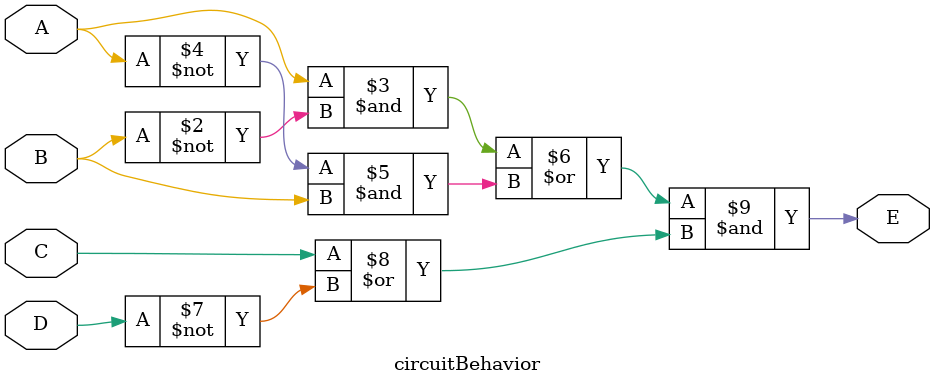
<source format=v>

module circuitBehavior (A, B, C, D, E);
    input A, B, C, D;
    output reg E;
    
    always @ (A, B, C, D)
    begin
        E = ((A&~B) | (~A&B)) & (C | ~D);
    end
endmodule
</source>
